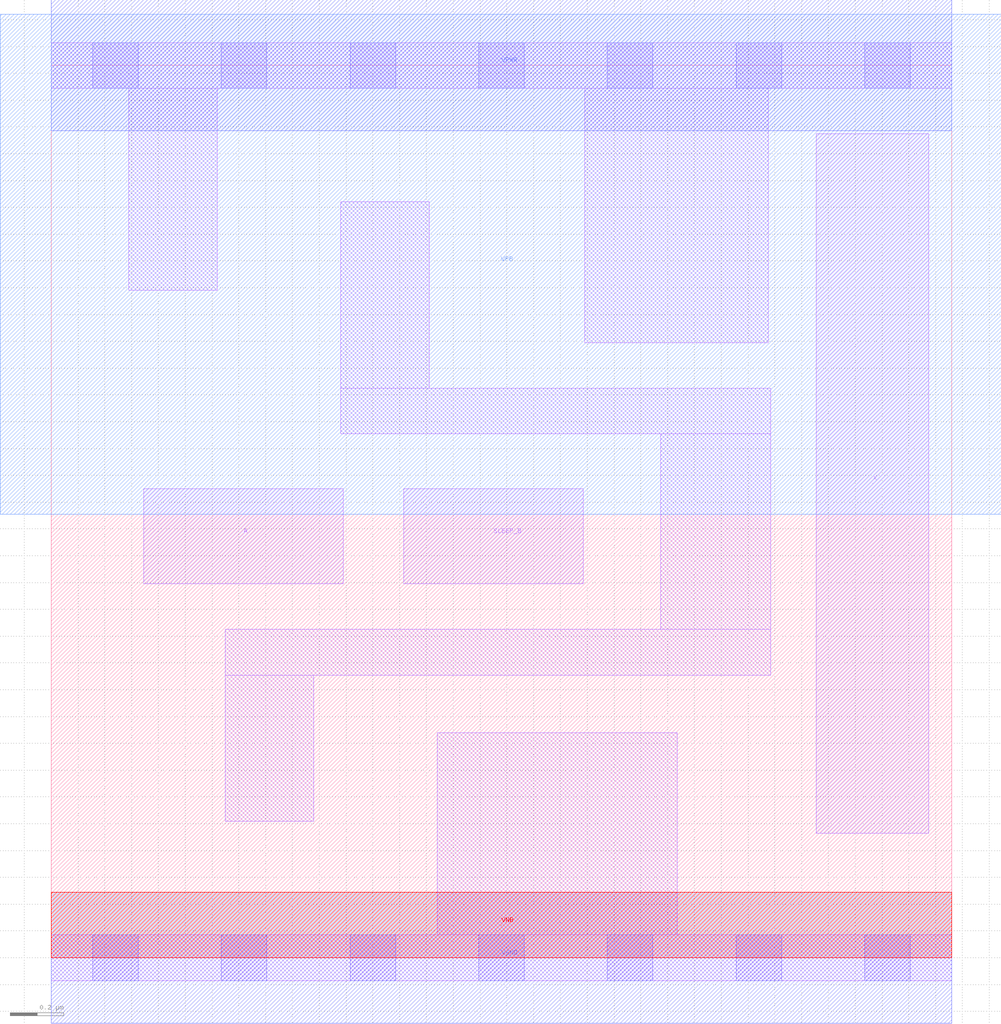
<source format=lef>
# Copyright 2020 The SkyWater PDK Authors
#
# Licensed under the Apache License, Version 2.0 (the "License");
# you may not use this file except in compliance with the License.
# You may obtain a copy of the License at
#
#     https://www.apache.org/licenses/LICENSE-2.0
#
# Unless required by applicable law or agreed to in writing, software
# distributed under the License is distributed on an "AS IS" BASIS,
# WITHOUT WARRANTIES OR CONDITIONS OF ANY KIND, either express or implied.
# See the License for the specific language governing permissions and
# limitations under the License.
#
# SPDX-License-Identifier: Apache-2.0

VERSION 5.7 ;
  NOWIREEXTENSIONATPIN ON ;
  DIVIDERCHAR "/" ;
  BUSBITCHARS "[]" ;
MACRO sky130_fd_sc_lp__inputiso0n_lp
  CLASS CORE ;
  FOREIGN sky130_fd_sc_lp__inputiso0n_lp ;
  ORIGIN  0.000000  0.000000 ;
  SIZE  3.360000 BY  3.330000 ;
  SYMMETRY X Y R90 ;
  SITE unit ;
  PIN A
    ANTENNAGATEAREA  0.189000 ;
    DIRECTION INPUT ;
    USE SIGNAL ;
    PORT
      LAYER li1 ;
        RECT 0.345000 1.395000 1.090000 1.750000 ;
    END
  END A
  PIN SLEEP_B
    ANTENNAGATEAREA  0.189000 ;
    DIRECTION INPUT ;
    USE SIGNAL ;
    PORT
      LAYER li1 ;
        RECT 1.315000 1.395000 1.985000 1.750000 ;
    END
  END SLEEP_B
  PIN X
    ANTENNADIFFAREA  0.445200 ;
    DIRECTION OUTPUT ;
    USE SIGNAL ;
    PORT
      LAYER li1 ;
        RECT 2.855000 0.465000 3.275000 3.075000 ;
    END
  END X
  PIN VGND
    DIRECTION INOUT ;
    USE GROUND ;
    PORT
      LAYER met1 ;
        RECT 0.000000 -0.245000 3.360000 0.245000 ;
    END
  END VGND
  PIN VNB
    DIRECTION INOUT ;
    USE GROUND ;
    PORT
      LAYER pwell ;
        RECT 0.000000 0.000000 3.360000 0.245000 ;
    END
  END VNB
  PIN VPB
    DIRECTION INOUT ;
    USE POWER ;
    PORT
      LAYER nwell ;
        RECT -0.190000 1.655000 3.545000 3.520000 ;
    END
  END VPB
  PIN VPWR
    DIRECTION INOUT ;
    USE POWER ;
    PORT
      LAYER met1 ;
        RECT 0.000000 3.085000 3.360000 3.575000 ;
    END
  END VPWR
  OBS
    LAYER li1 ;
      RECT 0.000000 -0.085000 3.360000 0.085000 ;
      RECT 0.000000  3.245000 3.360000 3.415000 ;
      RECT 0.290000  2.490000 0.620000 3.245000 ;
      RECT 0.650000  0.510000 0.980000 1.055000 ;
      RECT 0.650000  1.055000 2.685000 1.225000 ;
      RECT 1.080000  1.955000 2.685000 2.125000 ;
      RECT 1.080000  2.125000 1.410000 2.820000 ;
      RECT 1.440000  0.085000 2.335000 0.840000 ;
      RECT 1.990000  2.295000 2.675000 3.245000 ;
      RECT 2.275000  1.225000 2.685000 1.955000 ;
    LAYER mcon ;
      RECT 0.155000 -0.085000 0.325000 0.085000 ;
      RECT 0.155000  3.245000 0.325000 3.415000 ;
      RECT 0.635000 -0.085000 0.805000 0.085000 ;
      RECT 0.635000  3.245000 0.805000 3.415000 ;
      RECT 1.115000 -0.085000 1.285000 0.085000 ;
      RECT 1.115000  3.245000 1.285000 3.415000 ;
      RECT 1.595000 -0.085000 1.765000 0.085000 ;
      RECT 1.595000  3.245000 1.765000 3.415000 ;
      RECT 2.075000 -0.085000 2.245000 0.085000 ;
      RECT 2.075000  3.245000 2.245000 3.415000 ;
      RECT 2.555000 -0.085000 2.725000 0.085000 ;
      RECT 2.555000  3.245000 2.725000 3.415000 ;
      RECT 3.035000 -0.085000 3.205000 0.085000 ;
      RECT 3.035000  3.245000 3.205000 3.415000 ;
  END
END sky130_fd_sc_lp__inputiso0n_lp
END LIBRARY

</source>
